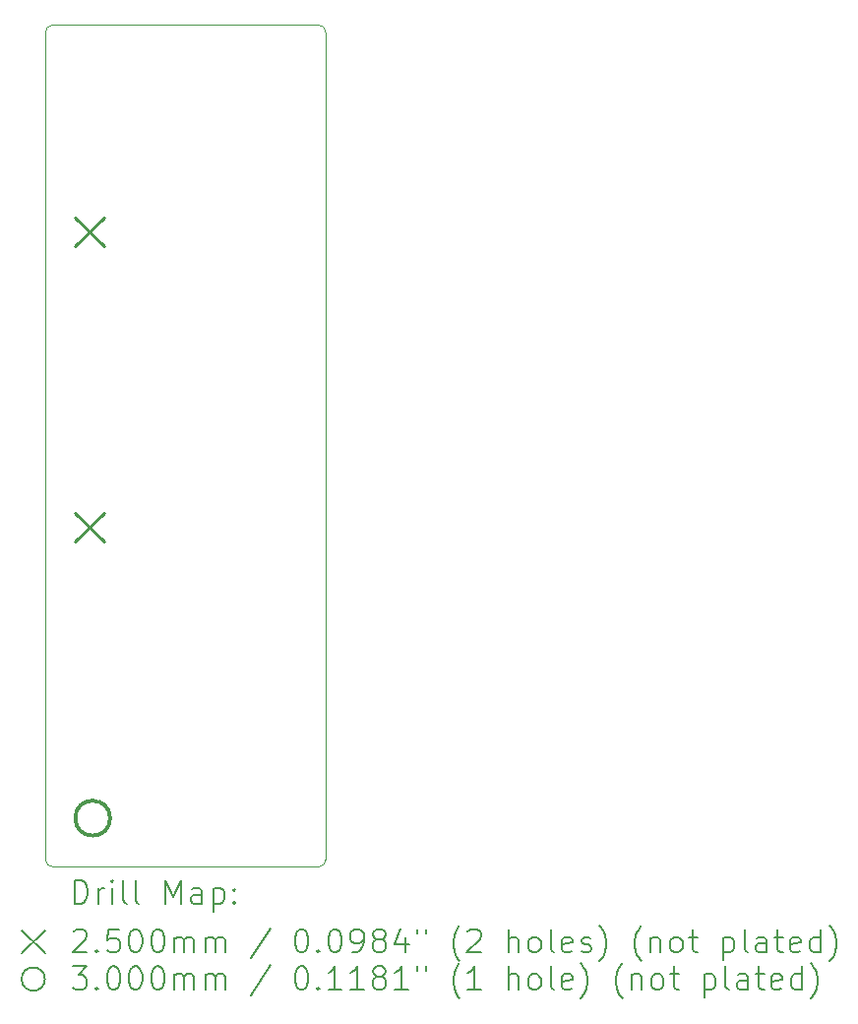
<source format=gbr>
%TF.GenerationSoftware,KiCad,Pcbnew,6.0.9-8da3e8f707~116~ubuntu20.04.1*%
%TF.CreationDate,2023-03-08T00:08:02+01:00*%
%TF.ProjectId,clocks_pmod,636c6f63-6b73-45f7-906d-6f642e6b6963,rev?*%
%TF.SameCoordinates,Original*%
%TF.FileFunction,Drillmap*%
%TF.FilePolarity,Positive*%
%FSLAX45Y45*%
G04 Gerber Fmt 4.5, Leading zero omitted, Abs format (unit mm)*
G04 Created by KiCad (PCBNEW 6.0.9-8da3e8f707~116~ubuntu20.04.1) date 2023-03-08 00:08:02*
%MOMM*%
%LPD*%
G01*
G04 APERTURE LIST*
%ADD10C,0.100000*%
%ADD11C,0.200000*%
%ADD12C,0.250000*%
%ADD13C,0.300000*%
G04 APERTURE END LIST*
D10*
X10160000Y-13906500D02*
X10160000Y-6794500D01*
X7810500Y-6731000D02*
G75*
G03*
X7747000Y-6794500I0J-63500D01*
G01*
X7747000Y-6794500D02*
X7747000Y-13906500D01*
X10096500Y-6731000D02*
X7810500Y-6731000D01*
X7810500Y-13970000D02*
X10096500Y-13970000D01*
X10160000Y-6794500D02*
G75*
G03*
X10096500Y-6731000I-63500J0D01*
G01*
X7747000Y-13906500D02*
G75*
G03*
X7810500Y-13970000I63500J0D01*
G01*
X10096500Y-13970000D02*
G75*
G03*
X10160000Y-13906500I0J63500D01*
G01*
D11*
D12*
X8003000Y-8384000D02*
X8253000Y-8634000D01*
X8253000Y-8384000D02*
X8003000Y-8634000D01*
X8003000Y-10924000D02*
X8253000Y-11174000D01*
X8253000Y-10924000D02*
X8003000Y-11174000D01*
D13*
X8303400Y-13550900D02*
G75*
G03*
X8303400Y-13550900I-150000J0D01*
G01*
D11*
X7999619Y-14285476D02*
X7999619Y-14085476D01*
X8047238Y-14085476D01*
X8075809Y-14095000D01*
X8094857Y-14114048D01*
X8104381Y-14133095D01*
X8113905Y-14171190D01*
X8113905Y-14199762D01*
X8104381Y-14237857D01*
X8094857Y-14256905D01*
X8075809Y-14275952D01*
X8047238Y-14285476D01*
X7999619Y-14285476D01*
X8199619Y-14285476D02*
X8199619Y-14152143D01*
X8199619Y-14190238D02*
X8209143Y-14171190D01*
X8218667Y-14161667D01*
X8237714Y-14152143D01*
X8256762Y-14152143D01*
X8323428Y-14285476D02*
X8323428Y-14152143D01*
X8323428Y-14085476D02*
X8313905Y-14095000D01*
X8323428Y-14104524D01*
X8332952Y-14095000D01*
X8323428Y-14085476D01*
X8323428Y-14104524D01*
X8447238Y-14285476D02*
X8428190Y-14275952D01*
X8418667Y-14256905D01*
X8418667Y-14085476D01*
X8552000Y-14285476D02*
X8532952Y-14275952D01*
X8523429Y-14256905D01*
X8523429Y-14085476D01*
X8780571Y-14285476D02*
X8780571Y-14085476D01*
X8847238Y-14228333D01*
X8913905Y-14085476D01*
X8913905Y-14285476D01*
X9094857Y-14285476D02*
X9094857Y-14180714D01*
X9085333Y-14161667D01*
X9066286Y-14152143D01*
X9028190Y-14152143D01*
X9009143Y-14161667D01*
X9094857Y-14275952D02*
X9075810Y-14285476D01*
X9028190Y-14285476D01*
X9009143Y-14275952D01*
X8999619Y-14256905D01*
X8999619Y-14237857D01*
X9009143Y-14218809D01*
X9028190Y-14209286D01*
X9075810Y-14209286D01*
X9094857Y-14199762D01*
X9190095Y-14152143D02*
X9190095Y-14352143D01*
X9190095Y-14161667D02*
X9209143Y-14152143D01*
X9247238Y-14152143D01*
X9266286Y-14161667D01*
X9275810Y-14171190D01*
X9285333Y-14190238D01*
X9285333Y-14247381D01*
X9275810Y-14266428D01*
X9266286Y-14275952D01*
X9247238Y-14285476D01*
X9209143Y-14285476D01*
X9190095Y-14275952D01*
X9371048Y-14266428D02*
X9380571Y-14275952D01*
X9371048Y-14285476D01*
X9361524Y-14275952D01*
X9371048Y-14266428D01*
X9371048Y-14285476D01*
X9371048Y-14161667D02*
X9380571Y-14171190D01*
X9371048Y-14180714D01*
X9361524Y-14171190D01*
X9371048Y-14161667D01*
X9371048Y-14180714D01*
X7542000Y-14515000D02*
X7742000Y-14715000D01*
X7742000Y-14515000D02*
X7542000Y-14715000D01*
X7990095Y-14524524D02*
X7999619Y-14515000D01*
X8018667Y-14505476D01*
X8066286Y-14505476D01*
X8085333Y-14515000D01*
X8094857Y-14524524D01*
X8104381Y-14543571D01*
X8104381Y-14562619D01*
X8094857Y-14591190D01*
X7980571Y-14705476D01*
X8104381Y-14705476D01*
X8190095Y-14686428D02*
X8199619Y-14695952D01*
X8190095Y-14705476D01*
X8180571Y-14695952D01*
X8190095Y-14686428D01*
X8190095Y-14705476D01*
X8380571Y-14505476D02*
X8285333Y-14505476D01*
X8275809Y-14600714D01*
X8285333Y-14591190D01*
X8304381Y-14581667D01*
X8352000Y-14581667D01*
X8371048Y-14591190D01*
X8380571Y-14600714D01*
X8390095Y-14619762D01*
X8390095Y-14667381D01*
X8380571Y-14686428D01*
X8371048Y-14695952D01*
X8352000Y-14705476D01*
X8304381Y-14705476D01*
X8285333Y-14695952D01*
X8275809Y-14686428D01*
X8513905Y-14505476D02*
X8532952Y-14505476D01*
X8552000Y-14515000D01*
X8561524Y-14524524D01*
X8571048Y-14543571D01*
X8580571Y-14581667D01*
X8580571Y-14629286D01*
X8571048Y-14667381D01*
X8561524Y-14686428D01*
X8552000Y-14695952D01*
X8532952Y-14705476D01*
X8513905Y-14705476D01*
X8494857Y-14695952D01*
X8485333Y-14686428D01*
X8475810Y-14667381D01*
X8466286Y-14629286D01*
X8466286Y-14581667D01*
X8475810Y-14543571D01*
X8485333Y-14524524D01*
X8494857Y-14515000D01*
X8513905Y-14505476D01*
X8704381Y-14505476D02*
X8723429Y-14505476D01*
X8742476Y-14515000D01*
X8752000Y-14524524D01*
X8761524Y-14543571D01*
X8771048Y-14581667D01*
X8771048Y-14629286D01*
X8761524Y-14667381D01*
X8752000Y-14686428D01*
X8742476Y-14695952D01*
X8723429Y-14705476D01*
X8704381Y-14705476D01*
X8685333Y-14695952D01*
X8675810Y-14686428D01*
X8666286Y-14667381D01*
X8656762Y-14629286D01*
X8656762Y-14581667D01*
X8666286Y-14543571D01*
X8675810Y-14524524D01*
X8685333Y-14515000D01*
X8704381Y-14505476D01*
X8856762Y-14705476D02*
X8856762Y-14572143D01*
X8856762Y-14591190D02*
X8866286Y-14581667D01*
X8885333Y-14572143D01*
X8913905Y-14572143D01*
X8932952Y-14581667D01*
X8942476Y-14600714D01*
X8942476Y-14705476D01*
X8942476Y-14600714D02*
X8952000Y-14581667D01*
X8971048Y-14572143D01*
X8999619Y-14572143D01*
X9018667Y-14581667D01*
X9028190Y-14600714D01*
X9028190Y-14705476D01*
X9123429Y-14705476D02*
X9123429Y-14572143D01*
X9123429Y-14591190D02*
X9132952Y-14581667D01*
X9152000Y-14572143D01*
X9180571Y-14572143D01*
X9199619Y-14581667D01*
X9209143Y-14600714D01*
X9209143Y-14705476D01*
X9209143Y-14600714D02*
X9218667Y-14581667D01*
X9237714Y-14572143D01*
X9266286Y-14572143D01*
X9285333Y-14581667D01*
X9294857Y-14600714D01*
X9294857Y-14705476D01*
X9685333Y-14495952D02*
X9513905Y-14753095D01*
X9942476Y-14505476D02*
X9961524Y-14505476D01*
X9980571Y-14515000D01*
X9990095Y-14524524D01*
X9999619Y-14543571D01*
X10009143Y-14581667D01*
X10009143Y-14629286D01*
X9999619Y-14667381D01*
X9990095Y-14686428D01*
X9980571Y-14695952D01*
X9961524Y-14705476D01*
X9942476Y-14705476D01*
X9923429Y-14695952D01*
X9913905Y-14686428D01*
X9904381Y-14667381D01*
X9894857Y-14629286D01*
X9894857Y-14581667D01*
X9904381Y-14543571D01*
X9913905Y-14524524D01*
X9923429Y-14515000D01*
X9942476Y-14505476D01*
X10094857Y-14686428D02*
X10104381Y-14695952D01*
X10094857Y-14705476D01*
X10085333Y-14695952D01*
X10094857Y-14686428D01*
X10094857Y-14705476D01*
X10228190Y-14505476D02*
X10247238Y-14505476D01*
X10266286Y-14515000D01*
X10275810Y-14524524D01*
X10285333Y-14543571D01*
X10294857Y-14581667D01*
X10294857Y-14629286D01*
X10285333Y-14667381D01*
X10275810Y-14686428D01*
X10266286Y-14695952D01*
X10247238Y-14705476D01*
X10228190Y-14705476D01*
X10209143Y-14695952D01*
X10199619Y-14686428D01*
X10190095Y-14667381D01*
X10180571Y-14629286D01*
X10180571Y-14581667D01*
X10190095Y-14543571D01*
X10199619Y-14524524D01*
X10209143Y-14515000D01*
X10228190Y-14505476D01*
X10390095Y-14705476D02*
X10428190Y-14705476D01*
X10447238Y-14695952D01*
X10456762Y-14686428D01*
X10475810Y-14657857D01*
X10485333Y-14619762D01*
X10485333Y-14543571D01*
X10475810Y-14524524D01*
X10466286Y-14515000D01*
X10447238Y-14505476D01*
X10409143Y-14505476D01*
X10390095Y-14515000D01*
X10380571Y-14524524D01*
X10371048Y-14543571D01*
X10371048Y-14591190D01*
X10380571Y-14610238D01*
X10390095Y-14619762D01*
X10409143Y-14629286D01*
X10447238Y-14629286D01*
X10466286Y-14619762D01*
X10475810Y-14610238D01*
X10485333Y-14591190D01*
X10599619Y-14591190D02*
X10580571Y-14581667D01*
X10571048Y-14572143D01*
X10561524Y-14553095D01*
X10561524Y-14543571D01*
X10571048Y-14524524D01*
X10580571Y-14515000D01*
X10599619Y-14505476D01*
X10637714Y-14505476D01*
X10656762Y-14515000D01*
X10666286Y-14524524D01*
X10675810Y-14543571D01*
X10675810Y-14553095D01*
X10666286Y-14572143D01*
X10656762Y-14581667D01*
X10637714Y-14591190D01*
X10599619Y-14591190D01*
X10580571Y-14600714D01*
X10571048Y-14610238D01*
X10561524Y-14629286D01*
X10561524Y-14667381D01*
X10571048Y-14686428D01*
X10580571Y-14695952D01*
X10599619Y-14705476D01*
X10637714Y-14705476D01*
X10656762Y-14695952D01*
X10666286Y-14686428D01*
X10675810Y-14667381D01*
X10675810Y-14629286D01*
X10666286Y-14610238D01*
X10656762Y-14600714D01*
X10637714Y-14591190D01*
X10847238Y-14572143D02*
X10847238Y-14705476D01*
X10799619Y-14495952D02*
X10752000Y-14638809D01*
X10875810Y-14638809D01*
X10942476Y-14505476D02*
X10942476Y-14543571D01*
X11018667Y-14505476D02*
X11018667Y-14543571D01*
X11313905Y-14781667D02*
X11304381Y-14772143D01*
X11285333Y-14743571D01*
X11275809Y-14724524D01*
X11266286Y-14695952D01*
X11256762Y-14648333D01*
X11256762Y-14610238D01*
X11266286Y-14562619D01*
X11275809Y-14534048D01*
X11285333Y-14515000D01*
X11304381Y-14486428D01*
X11313905Y-14476905D01*
X11380571Y-14524524D02*
X11390095Y-14515000D01*
X11409143Y-14505476D01*
X11456762Y-14505476D01*
X11475809Y-14515000D01*
X11485333Y-14524524D01*
X11494857Y-14543571D01*
X11494857Y-14562619D01*
X11485333Y-14591190D01*
X11371048Y-14705476D01*
X11494857Y-14705476D01*
X11732952Y-14705476D02*
X11732952Y-14505476D01*
X11818667Y-14705476D02*
X11818667Y-14600714D01*
X11809143Y-14581667D01*
X11790095Y-14572143D01*
X11761524Y-14572143D01*
X11742476Y-14581667D01*
X11732952Y-14591190D01*
X11942476Y-14705476D02*
X11923428Y-14695952D01*
X11913905Y-14686428D01*
X11904381Y-14667381D01*
X11904381Y-14610238D01*
X11913905Y-14591190D01*
X11923428Y-14581667D01*
X11942476Y-14572143D01*
X11971048Y-14572143D01*
X11990095Y-14581667D01*
X11999619Y-14591190D01*
X12009143Y-14610238D01*
X12009143Y-14667381D01*
X11999619Y-14686428D01*
X11990095Y-14695952D01*
X11971048Y-14705476D01*
X11942476Y-14705476D01*
X12123428Y-14705476D02*
X12104381Y-14695952D01*
X12094857Y-14676905D01*
X12094857Y-14505476D01*
X12275809Y-14695952D02*
X12256762Y-14705476D01*
X12218667Y-14705476D01*
X12199619Y-14695952D01*
X12190095Y-14676905D01*
X12190095Y-14600714D01*
X12199619Y-14581667D01*
X12218667Y-14572143D01*
X12256762Y-14572143D01*
X12275809Y-14581667D01*
X12285333Y-14600714D01*
X12285333Y-14619762D01*
X12190095Y-14638809D01*
X12361524Y-14695952D02*
X12380571Y-14705476D01*
X12418667Y-14705476D01*
X12437714Y-14695952D01*
X12447238Y-14676905D01*
X12447238Y-14667381D01*
X12437714Y-14648333D01*
X12418667Y-14638809D01*
X12390095Y-14638809D01*
X12371048Y-14629286D01*
X12361524Y-14610238D01*
X12361524Y-14600714D01*
X12371048Y-14581667D01*
X12390095Y-14572143D01*
X12418667Y-14572143D01*
X12437714Y-14581667D01*
X12513905Y-14781667D02*
X12523428Y-14772143D01*
X12542476Y-14743571D01*
X12552000Y-14724524D01*
X12561524Y-14695952D01*
X12571048Y-14648333D01*
X12571048Y-14610238D01*
X12561524Y-14562619D01*
X12552000Y-14534048D01*
X12542476Y-14515000D01*
X12523428Y-14486428D01*
X12513905Y-14476905D01*
X12875809Y-14781667D02*
X12866286Y-14772143D01*
X12847238Y-14743571D01*
X12837714Y-14724524D01*
X12828190Y-14695952D01*
X12818667Y-14648333D01*
X12818667Y-14610238D01*
X12828190Y-14562619D01*
X12837714Y-14534048D01*
X12847238Y-14515000D01*
X12866286Y-14486428D01*
X12875809Y-14476905D01*
X12952000Y-14572143D02*
X12952000Y-14705476D01*
X12952000Y-14591190D02*
X12961524Y-14581667D01*
X12980571Y-14572143D01*
X13009143Y-14572143D01*
X13028190Y-14581667D01*
X13037714Y-14600714D01*
X13037714Y-14705476D01*
X13161524Y-14705476D02*
X13142476Y-14695952D01*
X13132952Y-14686428D01*
X13123428Y-14667381D01*
X13123428Y-14610238D01*
X13132952Y-14591190D01*
X13142476Y-14581667D01*
X13161524Y-14572143D01*
X13190095Y-14572143D01*
X13209143Y-14581667D01*
X13218667Y-14591190D01*
X13228190Y-14610238D01*
X13228190Y-14667381D01*
X13218667Y-14686428D01*
X13209143Y-14695952D01*
X13190095Y-14705476D01*
X13161524Y-14705476D01*
X13285333Y-14572143D02*
X13361524Y-14572143D01*
X13313905Y-14505476D02*
X13313905Y-14676905D01*
X13323428Y-14695952D01*
X13342476Y-14705476D01*
X13361524Y-14705476D01*
X13580571Y-14572143D02*
X13580571Y-14772143D01*
X13580571Y-14581667D02*
X13599619Y-14572143D01*
X13637714Y-14572143D01*
X13656762Y-14581667D01*
X13666286Y-14591190D01*
X13675809Y-14610238D01*
X13675809Y-14667381D01*
X13666286Y-14686428D01*
X13656762Y-14695952D01*
X13637714Y-14705476D01*
X13599619Y-14705476D01*
X13580571Y-14695952D01*
X13790095Y-14705476D02*
X13771048Y-14695952D01*
X13761524Y-14676905D01*
X13761524Y-14505476D01*
X13952000Y-14705476D02*
X13952000Y-14600714D01*
X13942476Y-14581667D01*
X13923428Y-14572143D01*
X13885333Y-14572143D01*
X13866286Y-14581667D01*
X13952000Y-14695952D02*
X13932952Y-14705476D01*
X13885333Y-14705476D01*
X13866286Y-14695952D01*
X13856762Y-14676905D01*
X13856762Y-14657857D01*
X13866286Y-14638809D01*
X13885333Y-14629286D01*
X13932952Y-14629286D01*
X13952000Y-14619762D01*
X14018667Y-14572143D02*
X14094857Y-14572143D01*
X14047238Y-14505476D02*
X14047238Y-14676905D01*
X14056762Y-14695952D01*
X14075809Y-14705476D01*
X14094857Y-14705476D01*
X14237714Y-14695952D02*
X14218667Y-14705476D01*
X14180571Y-14705476D01*
X14161524Y-14695952D01*
X14152000Y-14676905D01*
X14152000Y-14600714D01*
X14161524Y-14581667D01*
X14180571Y-14572143D01*
X14218667Y-14572143D01*
X14237714Y-14581667D01*
X14247238Y-14600714D01*
X14247238Y-14619762D01*
X14152000Y-14638809D01*
X14418667Y-14705476D02*
X14418667Y-14505476D01*
X14418667Y-14695952D02*
X14399619Y-14705476D01*
X14361524Y-14705476D01*
X14342476Y-14695952D01*
X14332952Y-14686428D01*
X14323428Y-14667381D01*
X14323428Y-14610238D01*
X14332952Y-14591190D01*
X14342476Y-14581667D01*
X14361524Y-14572143D01*
X14399619Y-14572143D01*
X14418667Y-14581667D01*
X14494857Y-14781667D02*
X14504381Y-14772143D01*
X14523428Y-14743571D01*
X14532952Y-14724524D01*
X14542476Y-14695952D01*
X14552000Y-14648333D01*
X14552000Y-14610238D01*
X14542476Y-14562619D01*
X14532952Y-14534048D01*
X14523428Y-14515000D01*
X14504381Y-14486428D01*
X14494857Y-14476905D01*
X7742000Y-14935000D02*
G75*
G03*
X7742000Y-14935000I-100000J0D01*
G01*
X7980571Y-14825476D02*
X8104381Y-14825476D01*
X8037714Y-14901667D01*
X8066286Y-14901667D01*
X8085333Y-14911190D01*
X8094857Y-14920714D01*
X8104381Y-14939762D01*
X8104381Y-14987381D01*
X8094857Y-15006428D01*
X8085333Y-15015952D01*
X8066286Y-15025476D01*
X8009143Y-15025476D01*
X7990095Y-15015952D01*
X7980571Y-15006428D01*
X8190095Y-15006428D02*
X8199619Y-15015952D01*
X8190095Y-15025476D01*
X8180571Y-15015952D01*
X8190095Y-15006428D01*
X8190095Y-15025476D01*
X8323428Y-14825476D02*
X8342476Y-14825476D01*
X8361524Y-14835000D01*
X8371048Y-14844524D01*
X8380571Y-14863571D01*
X8390095Y-14901667D01*
X8390095Y-14949286D01*
X8380571Y-14987381D01*
X8371048Y-15006428D01*
X8361524Y-15015952D01*
X8342476Y-15025476D01*
X8323428Y-15025476D01*
X8304381Y-15015952D01*
X8294857Y-15006428D01*
X8285333Y-14987381D01*
X8275809Y-14949286D01*
X8275809Y-14901667D01*
X8285333Y-14863571D01*
X8294857Y-14844524D01*
X8304381Y-14835000D01*
X8323428Y-14825476D01*
X8513905Y-14825476D02*
X8532952Y-14825476D01*
X8552000Y-14835000D01*
X8561524Y-14844524D01*
X8571048Y-14863571D01*
X8580571Y-14901667D01*
X8580571Y-14949286D01*
X8571048Y-14987381D01*
X8561524Y-15006428D01*
X8552000Y-15015952D01*
X8532952Y-15025476D01*
X8513905Y-15025476D01*
X8494857Y-15015952D01*
X8485333Y-15006428D01*
X8475810Y-14987381D01*
X8466286Y-14949286D01*
X8466286Y-14901667D01*
X8475810Y-14863571D01*
X8485333Y-14844524D01*
X8494857Y-14835000D01*
X8513905Y-14825476D01*
X8704381Y-14825476D02*
X8723429Y-14825476D01*
X8742476Y-14835000D01*
X8752000Y-14844524D01*
X8761524Y-14863571D01*
X8771048Y-14901667D01*
X8771048Y-14949286D01*
X8761524Y-14987381D01*
X8752000Y-15006428D01*
X8742476Y-15015952D01*
X8723429Y-15025476D01*
X8704381Y-15025476D01*
X8685333Y-15015952D01*
X8675810Y-15006428D01*
X8666286Y-14987381D01*
X8656762Y-14949286D01*
X8656762Y-14901667D01*
X8666286Y-14863571D01*
X8675810Y-14844524D01*
X8685333Y-14835000D01*
X8704381Y-14825476D01*
X8856762Y-15025476D02*
X8856762Y-14892143D01*
X8856762Y-14911190D02*
X8866286Y-14901667D01*
X8885333Y-14892143D01*
X8913905Y-14892143D01*
X8932952Y-14901667D01*
X8942476Y-14920714D01*
X8942476Y-15025476D01*
X8942476Y-14920714D02*
X8952000Y-14901667D01*
X8971048Y-14892143D01*
X8999619Y-14892143D01*
X9018667Y-14901667D01*
X9028190Y-14920714D01*
X9028190Y-15025476D01*
X9123429Y-15025476D02*
X9123429Y-14892143D01*
X9123429Y-14911190D02*
X9132952Y-14901667D01*
X9152000Y-14892143D01*
X9180571Y-14892143D01*
X9199619Y-14901667D01*
X9209143Y-14920714D01*
X9209143Y-15025476D01*
X9209143Y-14920714D02*
X9218667Y-14901667D01*
X9237714Y-14892143D01*
X9266286Y-14892143D01*
X9285333Y-14901667D01*
X9294857Y-14920714D01*
X9294857Y-15025476D01*
X9685333Y-14815952D02*
X9513905Y-15073095D01*
X9942476Y-14825476D02*
X9961524Y-14825476D01*
X9980571Y-14835000D01*
X9990095Y-14844524D01*
X9999619Y-14863571D01*
X10009143Y-14901667D01*
X10009143Y-14949286D01*
X9999619Y-14987381D01*
X9990095Y-15006428D01*
X9980571Y-15015952D01*
X9961524Y-15025476D01*
X9942476Y-15025476D01*
X9923429Y-15015952D01*
X9913905Y-15006428D01*
X9904381Y-14987381D01*
X9894857Y-14949286D01*
X9894857Y-14901667D01*
X9904381Y-14863571D01*
X9913905Y-14844524D01*
X9923429Y-14835000D01*
X9942476Y-14825476D01*
X10094857Y-15006428D02*
X10104381Y-15015952D01*
X10094857Y-15025476D01*
X10085333Y-15015952D01*
X10094857Y-15006428D01*
X10094857Y-15025476D01*
X10294857Y-15025476D02*
X10180571Y-15025476D01*
X10237714Y-15025476D02*
X10237714Y-14825476D01*
X10218667Y-14854048D01*
X10199619Y-14873095D01*
X10180571Y-14882619D01*
X10485333Y-15025476D02*
X10371048Y-15025476D01*
X10428190Y-15025476D02*
X10428190Y-14825476D01*
X10409143Y-14854048D01*
X10390095Y-14873095D01*
X10371048Y-14882619D01*
X10599619Y-14911190D02*
X10580571Y-14901667D01*
X10571048Y-14892143D01*
X10561524Y-14873095D01*
X10561524Y-14863571D01*
X10571048Y-14844524D01*
X10580571Y-14835000D01*
X10599619Y-14825476D01*
X10637714Y-14825476D01*
X10656762Y-14835000D01*
X10666286Y-14844524D01*
X10675810Y-14863571D01*
X10675810Y-14873095D01*
X10666286Y-14892143D01*
X10656762Y-14901667D01*
X10637714Y-14911190D01*
X10599619Y-14911190D01*
X10580571Y-14920714D01*
X10571048Y-14930238D01*
X10561524Y-14949286D01*
X10561524Y-14987381D01*
X10571048Y-15006428D01*
X10580571Y-15015952D01*
X10599619Y-15025476D01*
X10637714Y-15025476D01*
X10656762Y-15015952D01*
X10666286Y-15006428D01*
X10675810Y-14987381D01*
X10675810Y-14949286D01*
X10666286Y-14930238D01*
X10656762Y-14920714D01*
X10637714Y-14911190D01*
X10866286Y-15025476D02*
X10752000Y-15025476D01*
X10809143Y-15025476D02*
X10809143Y-14825476D01*
X10790095Y-14854048D01*
X10771048Y-14873095D01*
X10752000Y-14882619D01*
X10942476Y-14825476D02*
X10942476Y-14863571D01*
X11018667Y-14825476D02*
X11018667Y-14863571D01*
X11313905Y-15101667D02*
X11304381Y-15092143D01*
X11285333Y-15063571D01*
X11275809Y-15044524D01*
X11266286Y-15015952D01*
X11256762Y-14968333D01*
X11256762Y-14930238D01*
X11266286Y-14882619D01*
X11275809Y-14854048D01*
X11285333Y-14835000D01*
X11304381Y-14806428D01*
X11313905Y-14796905D01*
X11494857Y-15025476D02*
X11380571Y-15025476D01*
X11437714Y-15025476D02*
X11437714Y-14825476D01*
X11418667Y-14854048D01*
X11399619Y-14873095D01*
X11380571Y-14882619D01*
X11732952Y-15025476D02*
X11732952Y-14825476D01*
X11818667Y-15025476D02*
X11818667Y-14920714D01*
X11809143Y-14901667D01*
X11790095Y-14892143D01*
X11761524Y-14892143D01*
X11742476Y-14901667D01*
X11732952Y-14911190D01*
X11942476Y-15025476D02*
X11923428Y-15015952D01*
X11913905Y-15006428D01*
X11904381Y-14987381D01*
X11904381Y-14930238D01*
X11913905Y-14911190D01*
X11923428Y-14901667D01*
X11942476Y-14892143D01*
X11971048Y-14892143D01*
X11990095Y-14901667D01*
X11999619Y-14911190D01*
X12009143Y-14930238D01*
X12009143Y-14987381D01*
X11999619Y-15006428D01*
X11990095Y-15015952D01*
X11971048Y-15025476D01*
X11942476Y-15025476D01*
X12123428Y-15025476D02*
X12104381Y-15015952D01*
X12094857Y-14996905D01*
X12094857Y-14825476D01*
X12275809Y-15015952D02*
X12256762Y-15025476D01*
X12218667Y-15025476D01*
X12199619Y-15015952D01*
X12190095Y-14996905D01*
X12190095Y-14920714D01*
X12199619Y-14901667D01*
X12218667Y-14892143D01*
X12256762Y-14892143D01*
X12275809Y-14901667D01*
X12285333Y-14920714D01*
X12285333Y-14939762D01*
X12190095Y-14958809D01*
X12352000Y-15101667D02*
X12361524Y-15092143D01*
X12380571Y-15063571D01*
X12390095Y-15044524D01*
X12399619Y-15015952D01*
X12409143Y-14968333D01*
X12409143Y-14930238D01*
X12399619Y-14882619D01*
X12390095Y-14854048D01*
X12380571Y-14835000D01*
X12361524Y-14806428D01*
X12352000Y-14796905D01*
X12713905Y-15101667D02*
X12704381Y-15092143D01*
X12685333Y-15063571D01*
X12675809Y-15044524D01*
X12666286Y-15015952D01*
X12656762Y-14968333D01*
X12656762Y-14930238D01*
X12666286Y-14882619D01*
X12675809Y-14854048D01*
X12685333Y-14835000D01*
X12704381Y-14806428D01*
X12713905Y-14796905D01*
X12790095Y-14892143D02*
X12790095Y-15025476D01*
X12790095Y-14911190D02*
X12799619Y-14901667D01*
X12818667Y-14892143D01*
X12847238Y-14892143D01*
X12866286Y-14901667D01*
X12875809Y-14920714D01*
X12875809Y-15025476D01*
X12999619Y-15025476D02*
X12980571Y-15015952D01*
X12971048Y-15006428D01*
X12961524Y-14987381D01*
X12961524Y-14930238D01*
X12971048Y-14911190D01*
X12980571Y-14901667D01*
X12999619Y-14892143D01*
X13028190Y-14892143D01*
X13047238Y-14901667D01*
X13056762Y-14911190D01*
X13066286Y-14930238D01*
X13066286Y-14987381D01*
X13056762Y-15006428D01*
X13047238Y-15015952D01*
X13028190Y-15025476D01*
X12999619Y-15025476D01*
X13123428Y-14892143D02*
X13199619Y-14892143D01*
X13152000Y-14825476D02*
X13152000Y-14996905D01*
X13161524Y-15015952D01*
X13180571Y-15025476D01*
X13199619Y-15025476D01*
X13418667Y-14892143D02*
X13418667Y-15092143D01*
X13418667Y-14901667D02*
X13437714Y-14892143D01*
X13475809Y-14892143D01*
X13494857Y-14901667D01*
X13504381Y-14911190D01*
X13513905Y-14930238D01*
X13513905Y-14987381D01*
X13504381Y-15006428D01*
X13494857Y-15015952D01*
X13475809Y-15025476D01*
X13437714Y-15025476D01*
X13418667Y-15015952D01*
X13628190Y-15025476D02*
X13609143Y-15015952D01*
X13599619Y-14996905D01*
X13599619Y-14825476D01*
X13790095Y-15025476D02*
X13790095Y-14920714D01*
X13780571Y-14901667D01*
X13761524Y-14892143D01*
X13723428Y-14892143D01*
X13704381Y-14901667D01*
X13790095Y-15015952D02*
X13771048Y-15025476D01*
X13723428Y-15025476D01*
X13704381Y-15015952D01*
X13694857Y-14996905D01*
X13694857Y-14977857D01*
X13704381Y-14958809D01*
X13723428Y-14949286D01*
X13771048Y-14949286D01*
X13790095Y-14939762D01*
X13856762Y-14892143D02*
X13932952Y-14892143D01*
X13885333Y-14825476D02*
X13885333Y-14996905D01*
X13894857Y-15015952D01*
X13913905Y-15025476D01*
X13932952Y-15025476D01*
X14075809Y-15015952D02*
X14056762Y-15025476D01*
X14018667Y-15025476D01*
X13999619Y-15015952D01*
X13990095Y-14996905D01*
X13990095Y-14920714D01*
X13999619Y-14901667D01*
X14018667Y-14892143D01*
X14056762Y-14892143D01*
X14075809Y-14901667D01*
X14085333Y-14920714D01*
X14085333Y-14939762D01*
X13990095Y-14958809D01*
X14256762Y-15025476D02*
X14256762Y-14825476D01*
X14256762Y-15015952D02*
X14237714Y-15025476D01*
X14199619Y-15025476D01*
X14180571Y-15015952D01*
X14171048Y-15006428D01*
X14161524Y-14987381D01*
X14161524Y-14930238D01*
X14171048Y-14911190D01*
X14180571Y-14901667D01*
X14199619Y-14892143D01*
X14237714Y-14892143D01*
X14256762Y-14901667D01*
X14332952Y-15101667D02*
X14342476Y-15092143D01*
X14361524Y-15063571D01*
X14371048Y-15044524D01*
X14380571Y-15015952D01*
X14390095Y-14968333D01*
X14390095Y-14930238D01*
X14380571Y-14882619D01*
X14371048Y-14854048D01*
X14361524Y-14835000D01*
X14342476Y-14806428D01*
X14332952Y-14796905D01*
M02*

</source>
